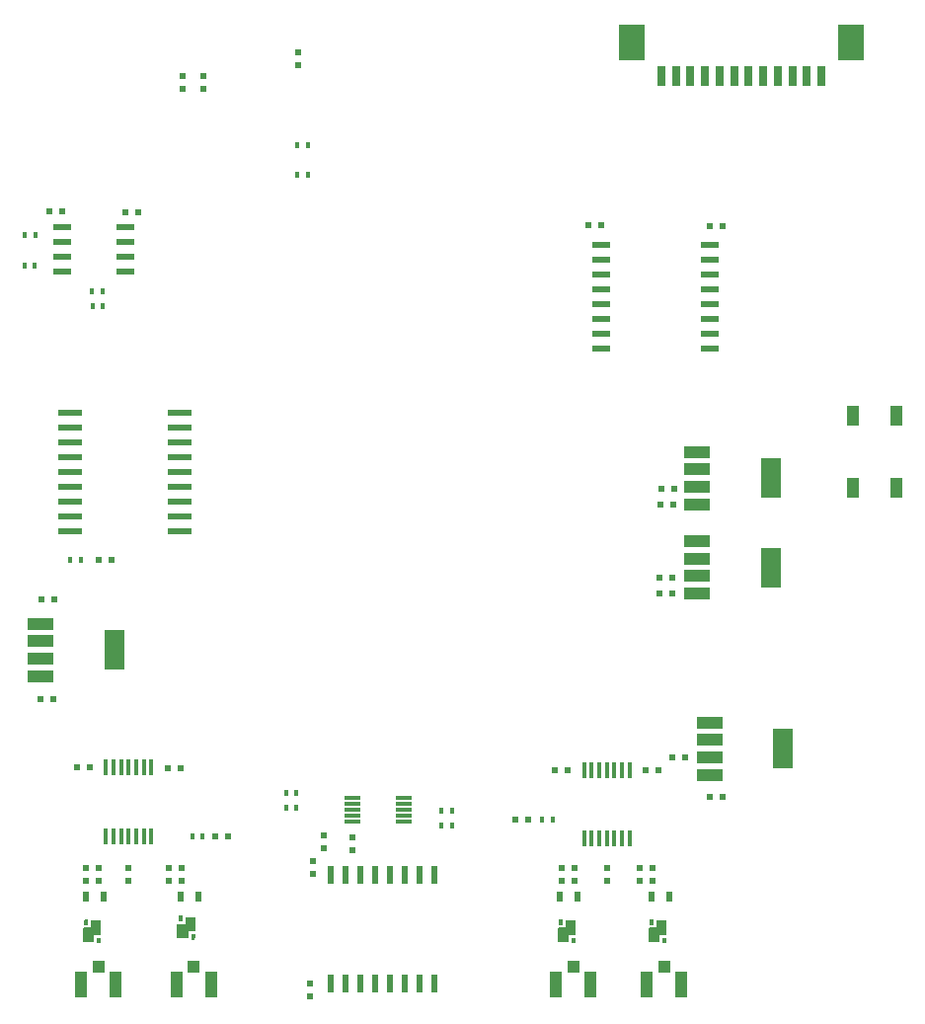
<source format=gbr>
G04 #@! TF.GenerationSoftware,KiCad,Pcbnew,(5.1.2)-2*
G04 #@! TF.CreationDate,2021-11-10T11:27:13-03:00*
G04 #@! TF.ProjectId,MAG_Plus,4d41475f-506c-4757-932e-6b696361645f,rev?*
G04 #@! TF.SameCoordinates,Original*
G04 #@! TF.FileFunction,Paste,Top*
G04 #@! TF.FilePolarity,Positive*
%FSLAX46Y46*%
G04 Gerber Fmt 4.6, Leading zero omitted, Abs format (unit mm)*
G04 Created by KiCad (PCBNEW (5.1.2)-2) date 2021-11-10 11:27:13*
%MOMM*%
%LPD*%
G04 APERTURE LIST*
%ADD10R,0.400000X0.600000*%
%ADD11R,1.550000X0.600000*%
%ADD12R,0.500000X0.600000*%
%ADD13R,0.600000X0.500000*%
%ADD14R,0.450000X1.450000*%
%ADD15R,1.050000X2.200000*%
%ADD16R,1.000000X1.050000*%
%ADD17R,2.200000X3.100000*%
%ADD18R,0.800000X1.700000*%
%ADD19R,0.600000X1.500000*%
%ADD20R,1.500000X0.600000*%
%ADD21R,1.100000X1.800000*%
%ADD22R,2.000000X0.600000*%
%ADD23R,2.200000X1.000000*%
%ADD24R,1.800000X3.400000*%
%ADD25R,1.400000X0.300000*%
%ADD26C,0.800000*%
%ADD27C,0.100000*%
%ADD28C,0.350000*%
%ADD29R,0.500000X0.900000*%
G04 APERTURE END LIST*
D10*
X70200000Y-56200000D03*
X71100000Y-56200000D03*
X71100000Y-58700000D03*
X70200000Y-58700000D03*
D11*
X55450000Y-63195000D03*
X55450000Y-64465000D03*
X55450000Y-65735000D03*
X55450000Y-67005000D03*
X50050000Y-67005000D03*
X50050000Y-65735000D03*
X50050000Y-64465000D03*
X50050000Y-63195000D03*
D10*
X46800000Y-66500000D03*
X47700000Y-66500000D03*
X47750000Y-63900000D03*
X46850000Y-63900000D03*
X53500000Y-68700000D03*
X52600000Y-68700000D03*
X52650000Y-70000000D03*
X53550000Y-70000000D03*
D12*
X60350000Y-50250000D03*
X60350000Y-51350000D03*
X62150000Y-51350000D03*
X62150000Y-50250000D03*
X70250000Y-48250000D03*
X70250000Y-49350000D03*
D13*
X48950000Y-61910000D03*
X50050000Y-61910000D03*
X55470000Y-61940000D03*
X56570000Y-61940000D03*
D14*
X94800000Y-109750000D03*
X95450000Y-109750000D03*
X96100000Y-109750000D03*
X96750000Y-109750000D03*
X97400000Y-109750000D03*
X98050000Y-109750000D03*
X98700000Y-109750000D03*
X98700000Y-115650000D03*
X98050000Y-115650000D03*
X97400000Y-115650000D03*
X96750000Y-115650000D03*
X96100000Y-115650000D03*
X95450000Y-115650000D03*
X94800000Y-115650000D03*
D15*
X92385000Y-128175000D03*
D16*
X93860000Y-126650000D03*
D15*
X95335000Y-128175000D03*
X103145000Y-128175000D03*
D16*
X101670000Y-126650000D03*
D15*
X100195000Y-128175000D03*
X51675000Y-128175000D03*
D16*
X53150000Y-126650000D03*
D15*
X54625000Y-128175000D03*
X62805000Y-128175000D03*
D16*
X61330000Y-126650000D03*
D15*
X59855000Y-128175000D03*
D13*
X88900000Y-114000000D03*
X90000000Y-114000000D03*
D12*
X96750000Y-119250000D03*
X96750000Y-118150000D03*
D13*
X63200000Y-115500000D03*
X64300000Y-115500000D03*
D12*
X55750000Y-118150000D03*
X55750000Y-119250000D03*
X92850000Y-119250000D03*
X92850000Y-118150000D03*
X93950000Y-118150000D03*
X93950000Y-119250000D03*
X99550000Y-119250000D03*
X99550000Y-118150000D03*
X100650000Y-118150000D03*
X100650000Y-119250000D03*
X52050000Y-118150000D03*
X52050000Y-119250000D03*
X53150000Y-119250000D03*
X53150000Y-118150000D03*
X59150000Y-118150000D03*
X59150000Y-119250000D03*
X60250000Y-119250000D03*
X60250000Y-118150000D03*
D13*
X93400000Y-109800000D03*
X92300000Y-109800000D03*
X101200000Y-109800000D03*
X100100000Y-109800000D03*
X51300000Y-109500000D03*
X52400000Y-109500000D03*
X59100000Y-109600000D03*
X60200000Y-109600000D03*
D10*
X91200000Y-114000000D03*
X92100000Y-114000000D03*
X62100000Y-115500000D03*
X61200000Y-115500000D03*
D14*
X53800000Y-109550000D03*
X54450000Y-109550000D03*
X55100000Y-109550000D03*
X55750000Y-109550000D03*
X56400000Y-109550000D03*
X57050000Y-109550000D03*
X57700000Y-109550000D03*
X57700000Y-115450000D03*
X57050000Y-115450000D03*
X56400000Y-115450000D03*
X55750000Y-115450000D03*
X55100000Y-115450000D03*
X54450000Y-115450000D03*
X53800000Y-115450000D03*
D17*
X98925000Y-47410000D03*
X117675000Y-47410000D03*
D18*
X101425000Y-50310000D03*
X102675000Y-50310000D03*
X103925000Y-50310000D03*
X105175000Y-50310000D03*
X106425000Y-50310000D03*
X107675000Y-50310000D03*
X108925000Y-50310000D03*
X110175000Y-50310000D03*
X111425000Y-50310000D03*
X112675000Y-50310000D03*
X113925000Y-50310000D03*
X115175000Y-50310000D03*
D19*
X73105000Y-118750000D03*
X74375000Y-118750000D03*
X75645000Y-118750000D03*
X76915000Y-118750000D03*
X78185000Y-118750000D03*
X79455000Y-118750000D03*
X80725000Y-118750000D03*
X81995000Y-118750000D03*
X81995000Y-128050000D03*
X80725000Y-128050000D03*
X79455000Y-128050000D03*
X78185000Y-128050000D03*
X76915000Y-128050000D03*
X75645000Y-128050000D03*
X74375000Y-128050000D03*
X73105000Y-128050000D03*
D20*
X105600000Y-64755000D03*
X105600000Y-66025000D03*
X105600000Y-67295000D03*
X105600000Y-68565000D03*
X105600000Y-69835000D03*
X105600000Y-71105000D03*
X105600000Y-72375000D03*
X105600000Y-73645000D03*
X96300000Y-73645000D03*
X96300000Y-72375000D03*
X96300000Y-71105000D03*
X96300000Y-69835000D03*
X96300000Y-68565000D03*
X96300000Y-67295000D03*
X96300000Y-66025000D03*
X96300000Y-64755000D03*
D12*
X74960000Y-116660000D03*
X74960000Y-115560000D03*
X72460000Y-115390000D03*
X72460000Y-116490000D03*
X71590000Y-118640000D03*
X71590000Y-117540000D03*
X71280000Y-129160000D03*
X71280000Y-128060000D03*
D13*
X106680000Y-63180000D03*
X105580000Y-63180000D03*
X96240000Y-63030000D03*
X95140000Y-63030000D03*
X53160000Y-91730000D03*
X54260000Y-91730000D03*
D10*
X51650000Y-91750000D03*
X50750000Y-91750000D03*
D21*
X121590000Y-79390000D03*
X121590000Y-85590000D03*
X117890000Y-79390000D03*
X117890000Y-85590000D03*
D22*
X50680000Y-89270000D03*
X50680000Y-88000000D03*
X50680000Y-86730000D03*
X50680000Y-85460000D03*
X50680000Y-84190000D03*
X50680000Y-82920000D03*
X50680000Y-81650000D03*
X50680000Y-80380000D03*
X50680000Y-79110000D03*
X60080000Y-79110000D03*
X60080000Y-80380000D03*
X60080000Y-81650000D03*
X60080000Y-82920000D03*
X60080000Y-84190000D03*
X60080000Y-85460000D03*
X60080000Y-86730000D03*
X60080000Y-88000000D03*
X60080000Y-89270000D03*
D13*
X101300000Y-94650000D03*
X102400000Y-94650000D03*
X102400000Y-93250000D03*
X101300000Y-93250000D03*
X101350000Y-87050000D03*
X102450000Y-87050000D03*
X102500000Y-85700000D03*
X101400000Y-85700000D03*
X106660000Y-112070000D03*
X105560000Y-112070000D03*
X102350000Y-108720000D03*
X103450000Y-108720000D03*
X48210000Y-103680000D03*
X49310000Y-103680000D03*
X48260000Y-95170000D03*
X49360000Y-95170000D03*
D23*
X104500000Y-94650000D03*
X104500000Y-91650000D03*
D24*
X110800000Y-92400000D03*
D23*
X104500000Y-93150000D03*
X104500000Y-90150000D03*
X104500000Y-82500000D03*
X104500000Y-85500000D03*
D24*
X110800000Y-84750000D03*
D23*
X104500000Y-84000000D03*
X104500000Y-87000000D03*
X105560000Y-110200000D03*
X105560000Y-107200000D03*
D24*
X111860000Y-107950000D03*
D23*
X105560000Y-108700000D03*
X105560000Y-105700000D03*
X48220000Y-97220000D03*
X48220000Y-100220000D03*
D24*
X54520000Y-99470000D03*
D23*
X48220000Y-98720000D03*
X48220000Y-101720000D03*
D25*
X79370000Y-112160000D03*
X79370000Y-112660000D03*
X79370000Y-113160000D03*
X79370000Y-113660000D03*
X79370000Y-114160000D03*
X74970000Y-114160000D03*
X74970000Y-113660000D03*
X74970000Y-113160000D03*
X74970000Y-112660000D03*
X74970000Y-112160000D03*
D26*
X93060000Y-123900000D03*
D27*
G36*
X94060975Y-122695096D02*
G01*
X94061913Y-122695381D01*
X94062778Y-122695843D01*
X94063536Y-122696464D01*
X94064157Y-122697222D01*
X94064619Y-122698087D01*
X94064904Y-122699025D01*
X94065000Y-122700000D01*
X94065000Y-123900000D01*
X94064904Y-123900975D01*
X94064619Y-123901913D01*
X94064157Y-123902778D01*
X94063536Y-123903536D01*
X94062778Y-123904157D01*
X94061913Y-123904619D01*
X94060975Y-123904904D01*
X94060000Y-123905000D01*
X93465000Y-123905000D01*
X93465000Y-124500000D01*
X93464904Y-124500975D01*
X93464619Y-124501913D01*
X93464157Y-124502778D01*
X93463536Y-124503536D01*
X93462778Y-124504157D01*
X93461913Y-124504619D01*
X93460975Y-124504904D01*
X93460000Y-124505000D01*
X92660000Y-124505000D01*
X92659025Y-124504904D01*
X92658087Y-124504619D01*
X92657222Y-124504157D01*
X92656464Y-124503536D01*
X92655843Y-124502778D01*
X92655381Y-124501913D01*
X92655096Y-124500975D01*
X92655000Y-124500000D01*
X92510000Y-124500000D01*
X92510000Y-123310000D01*
X92655000Y-123310000D01*
X92655000Y-123300000D01*
X92655096Y-123299025D01*
X92655381Y-123298087D01*
X92655843Y-123297222D01*
X92656464Y-123296464D01*
X92657222Y-123295843D01*
X92658087Y-123295381D01*
X92659025Y-123295096D01*
X92660000Y-123295000D01*
X93157928Y-123295000D01*
X93255000Y-123197928D01*
X93255000Y-122700000D01*
X93255096Y-122699025D01*
X93255381Y-122698087D01*
X93255843Y-122697222D01*
X93256464Y-122696464D01*
X93257222Y-122695843D01*
X93258087Y-122695381D01*
X93259025Y-122695096D01*
X93260000Y-122695000D01*
X94060000Y-122695000D01*
X94060975Y-122695096D01*
X94060975Y-122695096D01*
G37*
D28*
X92830000Y-122870000D03*
D27*
G36*
X93000000Y-122695000D02*
G01*
X93005000Y-122695000D01*
X93005000Y-123045000D01*
X92655000Y-123045000D01*
X92655000Y-122695000D01*
X92670000Y-122695000D01*
X92670000Y-122550000D01*
X93000000Y-122550000D01*
X93000000Y-122695000D01*
X93000000Y-122695000D01*
G37*
D28*
X93890000Y-124330000D03*
D27*
G36*
X94065000Y-124505000D02*
G01*
X94050000Y-124505000D01*
X94050000Y-124650000D01*
X93730000Y-124650000D01*
X93730000Y-124505000D01*
X93715000Y-124505000D01*
X93715000Y-124155000D01*
X94065000Y-124155000D01*
X94065000Y-124505000D01*
X94065000Y-124505000D01*
G37*
D28*
X53170000Y-124330000D03*
D27*
G36*
X53345000Y-124505000D02*
G01*
X53330000Y-124505000D01*
X53330000Y-124650000D01*
X53010000Y-124650000D01*
X53010000Y-124505000D01*
X52995000Y-124505000D01*
X52995000Y-124155000D01*
X53345000Y-124155000D01*
X53345000Y-124505000D01*
X53345000Y-124505000D01*
G37*
D28*
X52110000Y-122870000D03*
D27*
G36*
X52280000Y-122695000D02*
G01*
X52285000Y-122695000D01*
X52285000Y-123045000D01*
X51935000Y-123045000D01*
X51935000Y-122695000D01*
X51950000Y-122695000D01*
X51950000Y-122550000D01*
X52280000Y-122550000D01*
X52280000Y-122695000D01*
X52280000Y-122695000D01*
G37*
D26*
X52340000Y-123900000D03*
D27*
G36*
X53340975Y-122695096D02*
G01*
X53341913Y-122695381D01*
X53342778Y-122695843D01*
X53343536Y-122696464D01*
X53344157Y-122697222D01*
X53344619Y-122698087D01*
X53344904Y-122699025D01*
X53345000Y-122700000D01*
X53345000Y-123900000D01*
X53344904Y-123900975D01*
X53344619Y-123901913D01*
X53344157Y-123902778D01*
X53343536Y-123903536D01*
X53342778Y-123904157D01*
X53341913Y-123904619D01*
X53340975Y-123904904D01*
X53340000Y-123905000D01*
X52745000Y-123905000D01*
X52745000Y-124500000D01*
X52744904Y-124500975D01*
X52744619Y-124501913D01*
X52744157Y-124502778D01*
X52743536Y-124503536D01*
X52742778Y-124504157D01*
X52741913Y-124504619D01*
X52740975Y-124504904D01*
X52740000Y-124505000D01*
X51940000Y-124505000D01*
X51939025Y-124504904D01*
X51938087Y-124504619D01*
X51937222Y-124504157D01*
X51936464Y-124503536D01*
X51935843Y-124502778D01*
X51935381Y-124501913D01*
X51935096Y-124500975D01*
X51935000Y-124500000D01*
X51790000Y-124500000D01*
X51790000Y-123310000D01*
X51935000Y-123310000D01*
X51935000Y-123300000D01*
X51935096Y-123299025D01*
X51935381Y-123298087D01*
X51935843Y-123297222D01*
X51936464Y-123296464D01*
X51937222Y-123295843D01*
X51938087Y-123295381D01*
X51939025Y-123295096D01*
X51940000Y-123295000D01*
X52437928Y-123295000D01*
X52535000Y-123197928D01*
X52535000Y-122700000D01*
X52535096Y-122699025D01*
X52535381Y-122698087D01*
X52535843Y-122697222D01*
X52536464Y-122696464D01*
X52537222Y-122695843D01*
X52538087Y-122695381D01*
X52539025Y-122695096D01*
X52540000Y-122695000D01*
X53340000Y-122695000D01*
X53340975Y-122695096D01*
X53340975Y-122695096D01*
G37*
D26*
X60440000Y-123600000D03*
D27*
G36*
X61440975Y-122395096D02*
G01*
X61441913Y-122395381D01*
X61442778Y-122395843D01*
X61443536Y-122396464D01*
X61444157Y-122397222D01*
X61444619Y-122398087D01*
X61444904Y-122399025D01*
X61445000Y-122400000D01*
X61445000Y-123600000D01*
X61444904Y-123600975D01*
X61444619Y-123601913D01*
X61444157Y-123602778D01*
X61443536Y-123603536D01*
X61442778Y-123604157D01*
X61441913Y-123604619D01*
X61440975Y-123604904D01*
X61440000Y-123605000D01*
X60845000Y-123605000D01*
X60845000Y-124200000D01*
X60844904Y-124200975D01*
X60844619Y-124201913D01*
X60844157Y-124202778D01*
X60843536Y-124203536D01*
X60842778Y-124204157D01*
X60841913Y-124204619D01*
X60840975Y-124204904D01*
X60840000Y-124205000D01*
X60040000Y-124205000D01*
X60039025Y-124204904D01*
X60038087Y-124204619D01*
X60037222Y-124204157D01*
X60036464Y-124203536D01*
X60035843Y-124202778D01*
X60035381Y-124201913D01*
X60035096Y-124200975D01*
X60035000Y-124200000D01*
X59890000Y-124200000D01*
X59890000Y-123010000D01*
X60035000Y-123010000D01*
X60035000Y-123000000D01*
X60035096Y-122999025D01*
X60035381Y-122998087D01*
X60035843Y-122997222D01*
X60036464Y-122996464D01*
X60037222Y-122995843D01*
X60038087Y-122995381D01*
X60039025Y-122995096D01*
X60040000Y-122995000D01*
X60537928Y-122995000D01*
X60635000Y-122897928D01*
X60635000Y-122400000D01*
X60635096Y-122399025D01*
X60635381Y-122398087D01*
X60635843Y-122397222D01*
X60636464Y-122396464D01*
X60637222Y-122395843D01*
X60638087Y-122395381D01*
X60639025Y-122395096D01*
X60640000Y-122395000D01*
X61440000Y-122395000D01*
X61440975Y-122395096D01*
X61440975Y-122395096D01*
G37*
D28*
X60210000Y-122570000D03*
D27*
G36*
X60380000Y-122395000D02*
G01*
X60385000Y-122395000D01*
X60385000Y-122745000D01*
X60035000Y-122745000D01*
X60035000Y-122395000D01*
X60050000Y-122395000D01*
X60050000Y-122250000D01*
X60380000Y-122250000D01*
X60380000Y-122395000D01*
X60380000Y-122395000D01*
G37*
D28*
X61270000Y-124030000D03*
D27*
G36*
X61445000Y-124205000D02*
G01*
X61430000Y-124205000D01*
X61430000Y-124350000D01*
X61110000Y-124350000D01*
X61110000Y-124205000D01*
X61095000Y-124205000D01*
X61095000Y-123855000D01*
X61445000Y-123855000D01*
X61445000Y-124205000D01*
X61445000Y-124205000D01*
G37*
D28*
X101680000Y-124330000D03*
D27*
G36*
X101855000Y-124505000D02*
G01*
X101840000Y-124505000D01*
X101840000Y-124650000D01*
X101520000Y-124650000D01*
X101520000Y-124505000D01*
X101505000Y-124505000D01*
X101505000Y-124155000D01*
X101855000Y-124155000D01*
X101855000Y-124505000D01*
X101855000Y-124505000D01*
G37*
D28*
X100620000Y-122870000D03*
D27*
G36*
X100790000Y-122695000D02*
G01*
X100795000Y-122695000D01*
X100795000Y-123045000D01*
X100445000Y-123045000D01*
X100445000Y-122695000D01*
X100460000Y-122695000D01*
X100460000Y-122550000D01*
X100790000Y-122550000D01*
X100790000Y-122695000D01*
X100790000Y-122695000D01*
G37*
D26*
X100850000Y-123900000D03*
D27*
G36*
X101850975Y-122695096D02*
G01*
X101851913Y-122695381D01*
X101852778Y-122695843D01*
X101853536Y-122696464D01*
X101854157Y-122697222D01*
X101854619Y-122698087D01*
X101854904Y-122699025D01*
X101855000Y-122700000D01*
X101855000Y-123900000D01*
X101854904Y-123900975D01*
X101854619Y-123901913D01*
X101854157Y-123902778D01*
X101853536Y-123903536D01*
X101852778Y-123904157D01*
X101851913Y-123904619D01*
X101850975Y-123904904D01*
X101850000Y-123905000D01*
X101255000Y-123905000D01*
X101255000Y-124500000D01*
X101254904Y-124500975D01*
X101254619Y-124501913D01*
X101254157Y-124502778D01*
X101253536Y-124503536D01*
X101252778Y-124504157D01*
X101251913Y-124504619D01*
X101250975Y-124504904D01*
X101250000Y-124505000D01*
X100450000Y-124505000D01*
X100449025Y-124504904D01*
X100448087Y-124504619D01*
X100447222Y-124504157D01*
X100446464Y-124503536D01*
X100445843Y-124502778D01*
X100445381Y-124501913D01*
X100445096Y-124500975D01*
X100445000Y-124500000D01*
X100300000Y-124500000D01*
X100300000Y-123310000D01*
X100445000Y-123310000D01*
X100445000Y-123300000D01*
X100445096Y-123299025D01*
X100445381Y-123298087D01*
X100445843Y-123297222D01*
X100446464Y-123296464D01*
X100447222Y-123295843D01*
X100448087Y-123295381D01*
X100449025Y-123295096D01*
X100450000Y-123295000D01*
X100947928Y-123295000D01*
X101045000Y-123197928D01*
X101045000Y-122700000D01*
X101045096Y-122699025D01*
X101045381Y-122698087D01*
X101045843Y-122697222D01*
X101046464Y-122696464D01*
X101047222Y-122695843D01*
X101048087Y-122695381D01*
X101049025Y-122695096D01*
X101050000Y-122695000D01*
X101850000Y-122695000D01*
X101850975Y-122695096D01*
X101850975Y-122695096D01*
G37*
D10*
X82550000Y-113300000D03*
X83450000Y-113300000D03*
X83450000Y-114500000D03*
X82550000Y-114500000D03*
X70150000Y-113000000D03*
X69250000Y-113000000D03*
X69250000Y-111700000D03*
X70150000Y-111700000D03*
D29*
X92710000Y-120600000D03*
X94210000Y-120600000D03*
X100596000Y-120600000D03*
X102096000Y-120600000D03*
X53582000Y-120600000D03*
X52082000Y-120600000D03*
X61710000Y-120600000D03*
X60210000Y-120600000D03*
M02*

</source>
